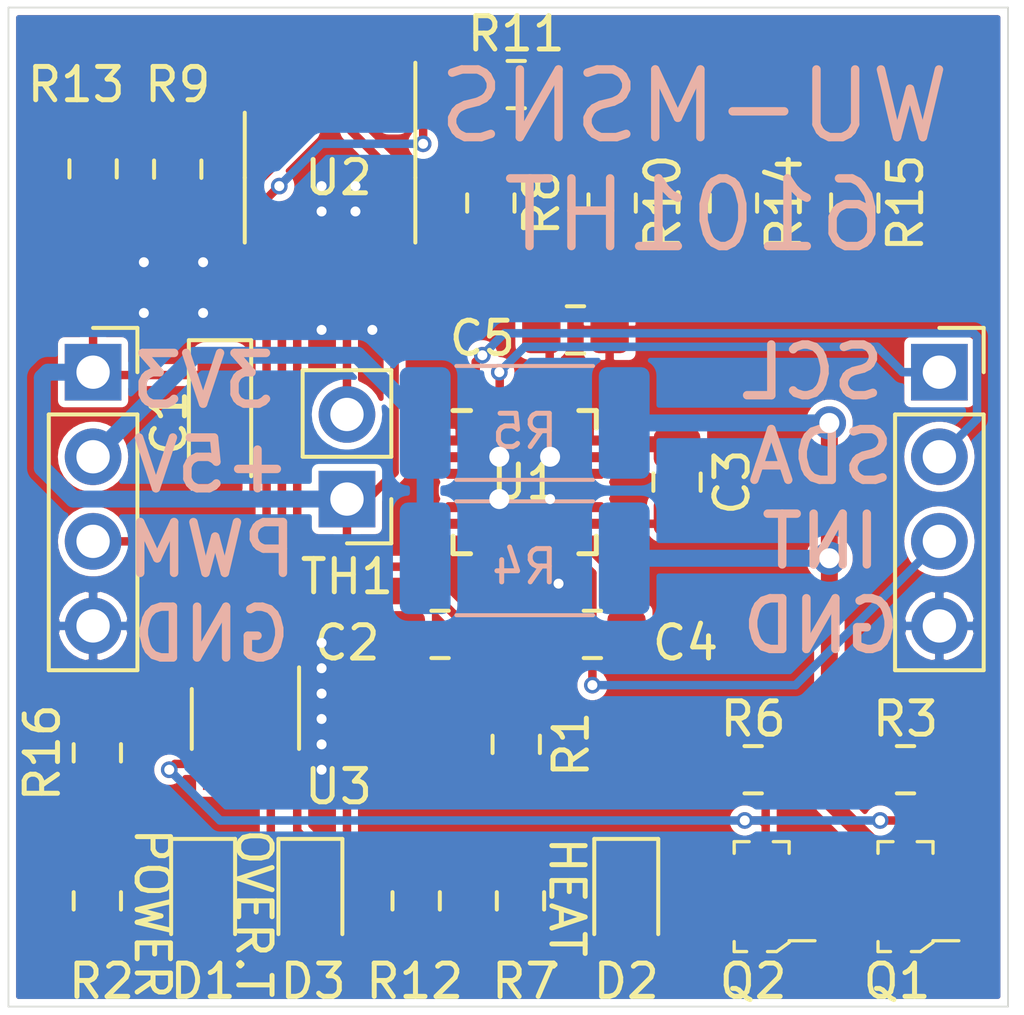
<source format=kicad_pcb>
(kicad_pcb (version 20171130) (host pcbnew "(5.1.2-1)-1")
  (title_block (title WU-MSNS6101HT) (date 2019-08-23) (rev 0.1) (company WunschUnreif) (comment 4 "License: CC BY 4.0"))
  (layers (0 F.Cu signal) (31 B.Cu signal) (34 B.Paste user) (35 F.Paste user) (36 B.SilkS user) (37 F.SilkS user) (38 B.Mask user) (39 F.Mask user) (44 Edge.Cuts user))
  (net 0 "")
  (net 1 +3V3)
  (net 2 GND)
  (net 3 "Net-(C4-Pad1)")
  (net 4 "Net-(C5-Pad1)")
  (net 5 "Net-(D1-Pad2)")
  (net 6 "Net-(D2-Pad1)")
  (net 7 "Net-(D2-Pad2)")
  (net 8 "Net-(D3-Pad2)")
  (net 9 "Net-(D3-Pad1)")
  (net 10 SCL)
  (net 11 SDA)
  (net 12 INT)
  (net 13 HTPWM)
  (net 14 +5V)
  (net 15 /HEAT)
  (net 16 "Net-(Q1-Pad3)")
  (net 17 "Net-(R1-Pad1)")
  (net 18 "Net-(R8-Pad1)")
  (net 19 "Net-(R10-Pad1)")
  (net 20 "Net-(R13-Pad2)")
  (net 21 "Net-(R10-Pad2)")
  (net 22 /HTEN)
  (net 23 "Net-(R14-Pad2)")
  (module Connector_PinHeader_2.54mm:PinHeader_1x02_P2.54mm_Vertical (layer F.Cu) (at 70.16 114.76 180)
    (fp_text reference TH1 (at 0 -2.33) (layer F.SilkS))
    (fp_text value "MF52 10K")
    (fp_line (start -1.33 3.87) (end 1.33 3.87) (layer F.SilkS) (width 0.12))
    (fp_line (start -1.33 1.27) (end -1.33 3.87) (layer F.SilkS) (width 0.12))
    (fp_line (start 1.33 1.27) (end 1.33 3.87) (layer F.SilkS) (width 0.12))
    (fp_line (start -1.33 1.27) (end 1.33 1.27) (layer F.SilkS) (width 0.12))
    (fp_line (start -1.33 0) (end -1.33 -1.33) (layer F.SilkS) (width 0.12))
    (fp_line (start -1.33 -1.33) (end 0 -1.33) (layer F.SilkS) (width 0.12))
    (pad 1 thru_hole rect (at 0 0 180) (size 1.7 1.7) (drill 1) (layers *.Cu *.Mask) (net 1 +3V3))
    (pad 2 thru_hole oval (at 0 2.54 180) (size 1.7 1.7) (drill 1) (layers *.Cu *.Mask) (net 18 "Net-(R8-Pad1)"))
  )
  (module Resistor_SMD:R_0805_2012Metric_Pad1.15x1.40mm_HandSolder (layer F.Cu) (at 75.24 102.314)
    (fp_text reference R11 (at 0 -1.524) (layer F.SilkS))
    (fp_text value 100k)
    (fp_line (start -0.261252 0.71) (end 0.261252 0.71) (layer F.SilkS) (width 0.12))
    (fp_line (start -0.261252 -0.71) (end 0.261252 -0.71) (layer F.SilkS) (width 0.12))
    (pad 2 smd roundrect (at 1.025 0) (size 1.15 1.4) (layers F.Cu F.Paste F.Mask) (roundrect_rratio 0.217391) (net 19 "Net-(R10-Pad1)"))
    (pad 1 smd roundrect (at -1.025 0) (size 1.15 1.4) (layers F.Cu F.Paste F.Mask) (roundrect_rratio 0.217391) (net 22 /HTEN))
  )
  (module Sensor_Motion:InvenSense_QFN-24_4x4mm_P0.5mm (layer F.Cu) (at 75.494 114.252)
    (fp_text reference U1 (at 0 0) (layer F.SilkS))
    (fp_text value MPU-6050)
    (fp_line (start 2.15 -2.15) (end 1.625 -2.15) (layer F.SilkS) (width 0.15))
    (fp_line (start 2.15 2.15) (end 1.625 2.15) (layer F.SilkS) (width 0.15))
    (fp_line (start -2.15 2.15) (end -1.625 2.15) (layer F.SilkS) (width 0.15))
    (fp_line (start -2.15 -2.15) (end -1.625 -2.15) (layer F.SilkS) (width 0.15))
    (fp_line (start 2.15 2.15) (end 2.15 1.625) (layer F.SilkS) (width 0.15))
    (fp_line (start -2.15 2.15) (end -2.15 1.625) (layer F.SilkS) (width 0.15))
    (fp_line (start 2.15 -2.15) (end 2.15 -1.625) (layer F.SilkS) (width 0.15))
    (pad 24 smd roundrect (at -1.25 -1.95 90) (size 0.85 0.3) (layers F.Cu F.Paste F.Mask) (net 11 SDA))
    (pad 23 smd roundrect (at -0.75 -1.95 90) (size 0.85 0.3) (layers F.Cu F.Paste F.Mask) (net 10 SCL))
    (pad 22 smd roundrect (at -0.25 -1.95 90) (size 0.85 0.3) (layers F.Cu F.Paste F.Mask))
    (pad 21 smd roundrect (at 0.25 -1.95 90) (size 0.85 0.3) (layers F.Cu F.Paste F.Mask))
    (pad 20 smd roundrect (at 0.75 -1.95 90) (size 0.85 0.3) (layers F.Cu F.Paste F.Mask) (net 4 "Net-(C5-Pad1)"))
    (pad 19 smd roundrect (at 1.25 -1.95 90) (size 0.85 0.3) (layers F.Cu F.Paste F.Mask))
    (pad 18 smd roundrect (at 1.95 -1.25) (size 0.85 0.3) (layers F.Cu F.Paste F.Mask) (net 2 GND))
    (pad 17 smd roundrect (at 1.95 -0.75) (size 0.85 0.3) (layers F.Cu F.Paste F.Mask))
    (pad 16 smd roundrect (at 1.95 -0.25) (size 0.85 0.3) (layers F.Cu F.Paste F.Mask))
    (pad 15 smd roundrect (at 1.95 0.25) (size 0.85 0.3) (layers F.Cu F.Paste F.Mask))
    (pad 14 smd roundrect (at 1.95 0.75) (size 0.85 0.3) (layers F.Cu F.Paste F.Mask))
    (pad 13 smd roundrect (at 1.95 1.25) (size 0.85 0.3) (layers F.Cu F.Paste F.Mask) (net 1 +3V3))
    (pad 12 smd roundrect (at 1.25 1.95 90) (size 0.85 0.3) (layers F.Cu F.Paste F.Mask) (net 12 INT))
    (pad 11 smd roundrect (at 0.75 1.95 90) (size 0.85 0.3) (layers F.Cu F.Paste F.Mask) (net 2 GND))
    (pad 10 smd roundrect (at 0.25 1.95 90) (size 0.85 0.3) (layers F.Cu F.Paste F.Mask) (net 3 "Net-(C4-Pad1)"))
    (pad 9 smd roundrect (at -0.25 1.95 90) (size 0.85 0.3) (layers F.Cu F.Paste F.Mask) (net 17 "Net-(R1-Pad1)"))
    (pad 8 smd roundrect (at -0.75 1.95 90) (size 0.85 0.3) (layers F.Cu F.Paste F.Mask) (net 1 +3V3))
    (pad 7 smd roundrect (at -1.25 1.95 90) (size 0.85 0.3) (layers F.Cu F.Paste F.Mask))
    (pad 6 smd roundrect (at -1.95 1.25) (size 0.85 0.3) (layers F.Cu F.Paste F.Mask))
    (pad 5 smd roundrect (at -1.95 0.75) (size 0.85 0.3) (layers F.Cu F.Paste F.Mask))
    (pad 4 smd roundrect (at -1.95 0.25) (size 0.85 0.3) (layers F.Cu F.Paste F.Mask))
    (pad 3 smd roundrect (at -1.95 -0.25) (size 0.85 0.3) (layers F.Cu F.Paste F.Mask))
    (pad 2 smd roundrect (at -1.95 -0.75) (size 0.85 0.3) (layers F.Cu F.Paste F.Mask))
    (pad 1 smd roundrect (at -1.95 -1.25) (size 0.85 0.3) (layers F.Cu F.Paste F.Mask) (net 2 GND))
  )
  (module Capacitor_Tantalum_SMD:CP_EIA-3216-10_Kemet-I_Pad1.58x1.35mm_HandSolder (layer F.Cu) (at 66.35 112.474 270)
    (fp_text reference C1 (at 0 1.524 90) (layer F.SilkS))
    (fp_text value 10uF)
    (fp_line (start 1.6 -0.935) (end -2.485 -0.935) (layer F.SilkS) (width 0.12))
    (fp_line (start -2.485 -0.935) (end -2.485 0.935) (layer F.SilkS) (width 0.12))
    (fp_line (start -2.485 0.935) (end 1.6 0.935) (layer F.SilkS) (width 0.12))
    (pad 1 smd roundrect (at -1.4375 0 270) (size 1.575 1.35) (layers F.Cu F.Paste F.Mask) (roundrect_rratio 0.185185) (net 1 +3V3))
    (pad 2 smd roundrect (at 1.4375 0 270) (size 1.575 1.35) (layers F.Cu F.Paste F.Mask) (roundrect_rratio 0.185185) (net 2 GND))
  )
  (module Capacitor_SMD:C_0805_2012Metric_Pad1.15x1.40mm_HandSolder (layer F.Cu) (at 72.954 118.824 180)
    (fp_text reference C2 (at 2.794 -0.254) (layer F.SilkS))
    (fp_text value 10nF)
    (fp_line (start -0.261252 0.71) (end 0.261252 0.71) (layer F.SilkS) (width 0.12))
    (fp_line (start -0.261252 -0.71) (end 0.261252 -0.71) (layer F.SilkS) (width 0.12))
    (pad 2 smd roundrect (at 1.025 0 180) (size 1.15 1.4) (layers F.Cu F.Paste F.Mask) (roundrect_rratio 0.217391) (net 2 GND))
    (pad 1 smd roundrect (at -1.025 0 180) (size 1.15 1.4) (layers F.Cu F.Paste F.Mask) (roundrect_rratio 0.217391) (net 1 +3V3))
  )
  (module Capacitor_SMD:C_0805_2012Metric_Pad1.15x1.40mm_HandSolder (layer F.Cu) (at 80.066 114.252 270)
    (fp_text reference C3 (at 0 -1.65 90) (layer F.SilkS))
    (fp_text value 100nF)
    (fp_line (start -0.261252 -0.71) (end 0.261252 -0.71) (layer F.SilkS) (width 0.12))
    (fp_line (start -0.261252 0.71) (end 0.261252 0.71) (layer F.SilkS) (width 0.12))
    (pad 1 smd roundrect (at -1.025 0 270) (size 1.15 1.4) (layers F.Cu F.Paste F.Mask) (roundrect_rratio 0.217391) (net 2 GND))
    (pad 2 smd roundrect (at 1.025 0 270) (size 1.15 1.4) (layers F.Cu F.Paste F.Mask) (roundrect_rratio 0.217391) (net 1 +3V3))
  )
  (module Capacitor_SMD:C_0805_2012Metric_Pad1.15x1.40mm_HandSolder (layer F.Cu) (at 77.526 118.824)
    (fp_text reference C4 (at 2.794 0.254) (layer F.SilkS))
    (fp_text value 100nF)
    (fp_line (start -0.261252 -0.71) (end 0.261252 -0.71) (layer F.SilkS) (width 0.12))
    (fp_line (start -0.261252 0.71) (end 0.261252 0.71) (layer F.SilkS) (width 0.12))
    (pad 1 smd roundrect (at -1.025 0) (size 1.15 1.4) (layers F.Cu F.Paste F.Mask) (roundrect_rratio 0.217391) (net 3 "Net-(C4-Pad1)"))
    (pad 2 smd roundrect (at 1.025 0) (size 1.15 1.4) (layers F.Cu F.Paste F.Mask) (roundrect_rratio 0.217391) (net 2 GND))
  )
  (module Capacitor_SMD:C_0805_2012Metric_Pad1.15x1.40mm_HandSolder (layer F.Cu) (at 77.018 109.68)
    (fp_text reference C5 (at -2.794 0.254) (layer F.SilkS))
    (fp_text value 2.2nF)
    (fp_line (start -0.261252 0.71) (end 0.261252 0.71) (layer F.SilkS) (width 0.12))
    (fp_line (start -0.261252 -0.71) (end 0.261252 -0.71) (layer F.SilkS) (width 0.12))
    (pad 2 smd roundrect (at 1.025 0) (size 1.15 1.4) (layers F.Cu F.Paste F.Mask) (roundrect_rratio 0.217391) (net 2 GND))
    (pad 1 smd roundrect (at -1.025 0) (size 1.15 1.4) (layers F.Cu F.Paste F.Mask) (roundrect_rratio 0.217391) (net 4 "Net-(C5-Pad1)"))
  )
  (module LED_SMD:LED_0805_2012Metric_Pad1.15x1.40mm_HandSolder (layer F.Cu) (at 65.842 126.825 270)
    (fp_text reference D1 (at 2.413 0 180) (layer F.SilkS))
    (fp_text value GREEN)
    (fp_line (start 1 -0.96) (end -1.86 -0.96) (layer F.SilkS) (width 0.12))
    (fp_line (start -1.86 -0.96) (end -1.86 0.96) (layer F.SilkS) (width 0.12))
    (fp_line (start -1.86 0.96) (end 1 0.96) (layer F.SilkS) (width 0.12))
    (pad 1 smd roundrect (at -1.025 0 270) (size 1.15 1.4) (layers F.Cu F.Paste F.Mask) (roundrect_rratio 0.217391) (net 2 GND))
    (pad 2 smd roundrect (at 1.025 0 270) (size 1.15 1.4) (layers F.Cu F.Paste F.Mask) (roundrect_rratio 0.217391) (net 5 "Net-(D1-Pad2)"))
  )
  (module LED_SMD:LED_0805_2012Metric_Pad1.15x1.40mm_HandSolder (layer F.Cu) (at 78.542 126.825 270)
    (fp_text reference D2 (at 2.413 0 180) (layer F.SilkS))
    (fp_text value YELLOW)
    (fp_line (start 1 -0.96) (end -1.86 -0.96) (layer F.SilkS) (width 0.12))
    (fp_line (start -1.86 -0.96) (end -1.86 0.96) (layer F.SilkS) (width 0.12))
    (fp_line (start -1.86 0.96) (end 1 0.96) (layer F.SilkS) (width 0.12))
    (pad 1 smd roundrect (at -1.025 0 270) (size 1.15 1.4) (layers F.Cu F.Paste F.Mask) (roundrect_rratio 0.217391) (net 6 "Net-(D2-Pad1)"))
    (pad 2 smd roundrect (at 1.025 0 270) (size 1.15 1.4) (layers F.Cu F.Paste F.Mask) (roundrect_rratio 0.217391) (net 7 "Net-(D2-Pad2)"))
  )
  (module LED_SMD:LED_0805_2012Metric_Pad1.15x1.40mm_HandSolder (layer F.Cu) (at 69.062 126.825 270)
    (fp_text reference D3 (at 2.413 -0.082 180) (layer F.SilkS))
    (fp_text value RED)
    (fp_line (start -1.86 0.96) (end 1 0.96) (layer F.SilkS) (width 0.12))
    (fp_line (start -1.86 -0.96) (end -1.86 0.96) (layer F.SilkS) (width 0.12))
    (fp_line (start 1 -0.96) (end -1.86 -0.96) (layer F.SilkS) (width 0.12))
    (pad 2 smd roundrect (at 1.025 0 270) (size 1.15 1.4) (layers F.Cu F.Paste F.Mask) (roundrect_rratio 0.217391) (net 8 "Net-(D3-Pad2)"))
    (pad 1 smd roundrect (at -1.025 0 270) (size 1.15 1.4) (layers F.Cu F.Paste F.Mask) (roundrect_rratio 0.217391) (net 9 "Net-(D3-Pad1)"))
  )
  (module Connector_PinSocket_2.54mm:PinSocket_1x04_P2.54mm_Vertical (layer F.Cu) (at 87.94 110.95)
    (fp_text reference J1 hide)
    (fp_text value Conn_01x04)
    (fp_line (start -1.33 1.27) (end 1.33 1.27) (layer F.SilkS) (width 0.12))
    (fp_line (start -1.33 1.27) (end -1.33 8.95) (layer F.SilkS) (width 0.12))
    (fp_line (start -1.33 8.95) (end 1.33 8.95) (layer F.SilkS) (width 0.12))
    (fp_line (start 1.33 1.27) (end 1.33 8.95) (layer F.SilkS) (width 0.12))
    (fp_line (start 1.33 -1.33) (end 1.33 0) (layer F.SilkS) (width 0.12))
    (fp_line (start 0 -1.33) (end 1.33 -1.33) (layer F.SilkS) (width 0.12))
    (pad 1 thru_hole rect (at 0 0) (size 1.7 1.7) (drill 1) (layers *.Cu *.Mask) (net 10 SCL))
    (pad 2 thru_hole oval (at 0 2.54) (size 1.7 1.7) (drill 1) (layers *.Cu *.Mask) (net 11 SDA))
    (pad 3 thru_hole oval (at 0 5.08) (size 1.7 1.7) (drill 1) (layers *.Cu *.Mask) (net 12 INT))
    (pad 4 thru_hole oval (at 0 7.62) (size 1.7 1.7) (drill 1) (layers *.Cu *.Mask) (net 2 GND))
  )
  (module Connector_PinSocket_2.54mm:PinSocket_1x04_P2.54mm_Vertical (layer F.Cu) (at 62.54 110.95)
    (fp_text reference J2 hide)
    (fp_text value Conn_01x04)
    (fp_line (start 0 -1.33) (end 1.33 -1.33) (layer F.SilkS) (width 0.12))
    (fp_line (start 1.33 -1.33) (end 1.33 0) (layer F.SilkS) (width 0.12))
    (fp_line (start 1.33 1.27) (end 1.33 8.95) (layer F.SilkS) (width 0.12))
    (fp_line (start -1.33 8.95) (end 1.33 8.95) (layer F.SilkS) (width 0.12))
    (fp_line (start -1.33 1.27) (end -1.33 8.95) (layer F.SilkS) (width 0.12))
    (fp_line (start -1.33 1.27) (end 1.33 1.27) (layer F.SilkS) (width 0.12))
    (pad 4 thru_hole oval (at 0 7.62) (size 1.7 1.7) (drill 1) (layers *.Cu *.Mask) (net 2 GND))
    (pad 3 thru_hole oval (at 0 5.08) (size 1.7 1.7) (drill 1) (layers *.Cu *.Mask) (net 13 HTPWM))
    (pad 2 thru_hole oval (at 0 2.54) (size 1.7 1.7) (drill 1) (layers *.Cu *.Mask) (net 14 +5V))
    (pad 1 thru_hole rect (at 0 0) (size 1.7 1.7) (drill 1) (layers *.Cu *.Mask) (net 1 +3V3))
  )
  (module digikey-footprints:SOT-23-3 (layer F.Cu) (at 86.924 126.698 180)
    (fp_text reference Q1 (at 0.254 -2.54) (layer F.SilkS))
    (fp_text value AO3400A)
    (fp_line (start 0.825 -1.65) (end 0.825 -1.35) (layer F.SilkS) (width 0.1))
    (fp_line (start 0.45 -1.65) (end 0.825 -1.65) (layer F.SilkS) (width 0.1))
    (fp_line (start 0.825 1.65) (end 0.375 1.65) (layer F.SilkS) (width 0.1))
    (fp_line (start 0.825 1.35) (end 0.825 1.65) (layer F.SilkS) (width 0.1))
    (fp_line (start 0.825 1.425) (end 0.825 1.3) (layer F.SilkS) (width 0.1))
    (fp_line (start -0.825 1.65) (end -0.825 1.3) (layer F.SilkS) (width 0.1))
    (fp_line (start -0.35 1.65) (end -0.825 1.65) (layer F.SilkS) (width 0.1))
    (fp_line (start -0.825 -1.325) (end -1.6 -1.325) (layer F.SilkS) (width 0.1))
    (fp_line (start -0.825 -1.375) (end -0.825 -1.325) (layer F.SilkS) (width 0.1))
    (fp_line (start -0.45 -1.65) (end -0.825 -1.375) (layer F.SilkS) (width 0.1))
    (fp_line (start -0.175 -1.65) (end -0.45 -1.65) (layer F.SilkS) (width 0.1))
    (pad 1 smd rect (at -1.05 -0.95 180) (size 1.3 0.6) (layers F.Cu F.Paste F.Mask) (net 15 /HEAT))
    (pad 2 smd rect (at -1.05 0.95 180) (size 1.3 0.6) (layers F.Cu F.Paste F.Mask) (net 2 GND))
    (pad 3 smd rect (at 1.05 0 180) (size 1.3 0.6) (layers F.Cu F.Paste F.Mask) (net 16 "Net-(Q1-Pad3)"))
  )
  (module digikey-footprints:SOT-23-3 (layer F.Cu) (at 82.606 126.698 180)
    (fp_text reference Q2 (at 0.254 -2.54) (layer F.SilkS))
    (fp_text value AO3400A)
    (fp_line (start -0.175 -1.65) (end -0.45 -1.65) (layer F.SilkS) (width 0.1))
    (fp_line (start -0.45 -1.65) (end -0.825 -1.375) (layer F.SilkS) (width 0.1))
    (fp_line (start -0.825 -1.375) (end -0.825 -1.325) (layer F.SilkS) (width 0.1))
    (fp_line (start -0.825 -1.325) (end -1.6 -1.325) (layer F.SilkS) (width 0.1))
    (fp_line (start -0.35 1.65) (end -0.825 1.65) (layer F.SilkS) (width 0.1))
    (fp_line (start -0.825 1.65) (end -0.825 1.3) (layer F.SilkS) (width 0.1))
    (fp_line (start 0.825 1.425) (end 0.825 1.3) (layer F.SilkS) (width 0.1))
    (fp_line (start 0.825 1.35) (end 0.825 1.65) (layer F.SilkS) (width 0.1))
    (fp_line (start 0.825 1.65) (end 0.375 1.65) (layer F.SilkS) (width 0.1))
    (fp_line (start 0.45 -1.65) (end 0.825 -1.65) (layer F.SilkS) (width 0.1))
    (fp_line (start 0.825 -1.65) (end 0.825 -1.35) (layer F.SilkS) (width 0.1))
    (pad 3 smd rect (at 1.05 0 180) (size 1.3 0.6) (layers F.Cu F.Paste F.Mask) (net 6 "Net-(D2-Pad1)"))
    (pad 2 smd rect (at -1.05 0.95 180) (size 1.3 0.6) (layers F.Cu F.Paste F.Mask) (net 2 GND))
    (pad 1 smd rect (at -1.05 -0.95 180) (size 1.3 0.6) (layers F.Cu F.Paste F.Mask) (net 15 /HEAT))
  )
  (module Resistor_SMD:R_0805_2012Metric_Pad1.15x1.40mm_HandSolder (layer F.Cu) (at 75.24 122.126 270)
    (fp_text reference R1 (at 0 -1.65 90) (layer F.SilkS))
    (fp_text value 4.7k)
    (fp_line (start -0.261252 0.71) (end 0.261252 0.71) (layer F.SilkS) (width 0.12))
    (fp_line (start -0.261252 -0.71) (end 0.261252 -0.71) (layer F.SilkS) (width 0.12))
    (pad 2 smd roundrect (at 1.025 0 270) (size 1.15 1.4) (layers F.Cu F.Paste F.Mask) (roundrect_rratio 0.217391) (net 2 GND))
    (pad 1 smd roundrect (at -1.025 0 270) (size 1.15 1.4) (layers F.Cu F.Paste F.Mask) (roundrect_rratio 0.217391) (net 17 "Net-(R1-Pad1)"))
  )
  (module Resistor_SMD:R_0805_2012Metric_Pad1.15x1.40mm_HandSolder (layer F.Cu) (at 62.667 126.825 270)
    (fp_text reference R2 (at 2.413 -0.127 180) (layer F.SilkS))
    (fp_text value 470)
    (fp_line (start -0.261252 0.71) (end 0.261252 0.71) (layer F.SilkS) (width 0.12))
    (fp_line (start -0.261252 -0.71) (end 0.261252 -0.71) (layer F.SilkS) (width 0.12))
    (pad 2 smd roundrect (at 1.025 0 270) (size 1.15 1.4) (layers F.Cu F.Paste F.Mask) (roundrect_rratio 0.217391) (net 5 "Net-(D1-Pad2)"))
    (pad 1 smd roundrect (at -1.025 0 270) (size 1.15 1.4) (layers F.Cu F.Paste F.Mask) (roundrect_rratio 0.217391) (net 1 +3V3))
  )
  (module Resistor_SMD:R_0805_2012Metric_Pad1.15x1.40mm_HandSolder (layer F.Cu) (at 86.924 122.888 180)
    (fp_text reference R3 (at 0 1.524) (layer F.SilkS))
    (fp_text value 10k)
    (fp_line (start -0.261252 -0.71) (end 0.261252 -0.71) (layer F.SilkS) (width 0.12))
    (fp_line (start -0.261252 0.71) (end 0.261252 0.71) (layer F.SilkS) (width 0.12))
    (pad 1 smd roundrect (at -1.025 0 180) (size 1.15 1.4) (layers F.Cu F.Paste F.Mask) (roundrect_rratio 0.217391) (net 15 /HEAT))
    (pad 2 smd roundrect (at 1.025 0 180) (size 1.15 1.4) (layers F.Cu F.Paste F.Mask) (roundrect_rratio 0.217391) (net 2 GND))
  )
  (module Resistor_SMD:R_2512_6332Metric_Pad1.52x3.35mm_HandSolder (layer B.Cu) (at 75.494 116.538)
    (fp_text reference R4 (at 0 0.254) (layer B.SilkS) (effects (justify mirror)))
    (fp_text value 47)
    (fp_line (start -2.052064 -1.71) (end 2.052064 -1.71) (layer B.SilkS) (width 0.12))
    (fp_line (start -2.052064 1.71) (end 2.052064 1.71) (layer B.SilkS) (width 0.12))
    (pad 2 smd roundrect (at 2.9875 0) (size 1.525 3.35) (layers B.Cu B.Paste B.Mask) (roundrect_rratio 0.163934) (net 16 "Net-(Q1-Pad3)"))
    (pad 1 smd roundrect (at -2.9875 0) (size 1.525 3.35) (layers B.Cu B.Paste B.Mask) (roundrect_rratio 0.163934) (net 14 +5V))
  )
  (module Resistor_SMD:R_2512_6332Metric_Pad1.52x3.35mm_HandSolder (layer B.Cu) (at 75.494 112.474)
    (fp_text reference R5 (at 0 0.254) (layer B.SilkS) (effects (justify mirror)))
    (fp_text value 47)
    (fp_line (start -2.052064 1.71) (end 2.052064 1.71) (layer B.SilkS) (width 0.12))
    (fp_line (start -2.052064 -1.71) (end 2.052064 -1.71) (layer B.SilkS) (width 0.12))
    (pad 1 smd roundrect (at -2.9875 0) (size 1.525 3.35) (layers B.Cu B.Paste B.Mask) (roundrect_rratio 0.163934) (net 14 +5V))
    (pad 2 smd roundrect (at 2.9875 0) (size 1.525 3.35) (layers B.Cu B.Paste B.Mask) (roundrect_rratio 0.163934) (net 16 "Net-(Q1-Pad3)"))
  )
  (module Resistor_SMD:R_0805_2012Metric_Pad1.15x1.40mm_HandSolder (layer F.Cu) (at 82.352 122.888 180)
    (fp_text reference R6 (at 0 1.524) (layer F.SilkS))
    (fp_text value 10k)
    (fp_line (start -0.261252 0.71) (end 0.261252 0.71) (layer F.SilkS) (width 0.12))
    (fp_line (start -0.261252 -0.71) (end 0.261252 -0.71) (layer F.SilkS) (width 0.12))
    (pad 2 smd roundrect (at 1.025 0 180) (size 1.15 1.4) (layers F.Cu F.Paste F.Mask) (roundrect_rratio 0.217391) (net 2 GND))
    (pad 1 smd roundrect (at -1.025 0 180) (size 1.15 1.4) (layers F.Cu F.Paste F.Mask) (roundrect_rratio 0.217391) (net 15 /HEAT))
  )
  (module Resistor_SMD:R_0805_2012Metric_Pad1.15x1.40mm_HandSolder (layer F.Cu) (at 75.367 126.825 270)
    (fp_text reference R7 (at 2.413 -0.127 180) (layer F.SilkS))
    (fp_text value 470)
    (fp_line (start -0.261252 -0.71) (end 0.261252 -0.71) (layer F.SilkS) (width 0.12))
    (fp_line (start -0.261252 0.71) (end 0.261252 0.71) (layer F.SilkS) (width 0.12))
    (pad 1 smd roundrect (at -1.025 0 270) (size 1.15 1.4) (layers F.Cu F.Paste F.Mask) (roundrect_rratio 0.217391) (net 1 +3V3))
    (pad 2 smd roundrect (at 1.025 0 270) (size 1.15 1.4) (layers F.Cu F.Paste F.Mask) (roundrect_rratio 0.217391) (net 7 "Net-(D2-Pad2)"))
  )
  (module Resistor_SMD:R_0805_2012Metric_Pad1.15x1.40mm_HandSolder (layer F.Cu) (at 74.478 105.87 270)
    (fp_text reference R8 (at 0 -1.524 270) (layer F.SilkS))
    (fp_text value 4.7k)
    (fp_line (start -0.261252 -0.71) (end 0.261252 -0.71) (layer F.SilkS) (width 0.12))
    (fp_line (start -0.261252 0.71) (end 0.261252 0.71) (layer F.SilkS) (width 0.12))
    (pad 1 smd roundrect (at -1.025 0 270) (size 1.15 1.4) (layers F.Cu F.Paste F.Mask) (roundrect_rratio 0.217391) (net 18 "Net-(R8-Pad1)"))
    (pad 2 smd roundrect (at 1.025 0 270) (size 1.15 1.4) (layers F.Cu F.Paste F.Mask) (roundrect_rratio 0.217391) (net 2 GND))
  )
  (module Resistor_SMD:R_0805_2012Metric_Pad1.15x1.40mm_HandSolder (layer F.Cu) (at 65.08 104.854 270)
    (fp_text reference R9 (at -2.54 0 180) (layer F.SilkS))
    (fp_text value 4.7k)
    (fp_line (start -0.261252 0.71) (end 0.261252 0.71) (layer F.SilkS) (width 0.12))
    (fp_line (start -0.261252 -0.71) (end 0.261252 -0.71) (layer F.SilkS) (width 0.12))
    (pad 2 smd roundrect (at 1.025 0 270) (size 1.15 1.4) (layers F.Cu F.Paste F.Mask) (roundrect_rratio 0.217391) (net 19 "Net-(R10-Pad1)"))
    (pad 1 smd roundrect (at -1.025 0 270) (size 1.15 1.4) (layers F.Cu F.Paste F.Mask) (roundrect_rratio 0.217391) (net 20 "Net-(R13-Pad2)"))
  )
  (module Resistor_SMD:R_0805_2012Metric_Pad1.15x1.40mm_HandSolder (layer F.Cu) (at 78.118666 105.87 270)
    (fp_text reference R10 (at 0 -1.524 90) (layer F.SilkS))
    (fp_text value 22k)
    (fp_line (start -0.261252 -0.71) (end 0.261252 -0.71) (layer F.SilkS) (width 0.12))
    (fp_line (start -0.261252 0.71) (end 0.261252 0.71) (layer F.SilkS) (width 0.12))
    (pad 1 smd roundrect (at -1.025 0 270) (size 1.15 1.4) (layers F.Cu F.Paste F.Mask) (roundrect_rratio 0.217391) (net 19 "Net-(R10-Pad1)"))
    (pad 2 smd roundrect (at 1.025 0 270) (size 1.15 1.4) (layers F.Cu F.Paste F.Mask) (roundrect_rratio 0.217391) (net 21 "Net-(R10-Pad2)"))
  )
  (module Resistor_SMD:R_0805_2012Metric_Pad1.15x1.40mm_HandSolder (layer F.Cu) (at 72.237 126.825 270)
    (fp_text reference R12 (at 2.413 0.045 180) (layer F.SilkS))
    (fp_text value 470)
    (fp_line (start -0.261252 -0.71) (end 0.261252 -0.71) (layer F.SilkS) (width 0.12))
    (fp_line (start -0.261252 0.71) (end 0.261252 0.71) (layer F.SilkS) (width 0.12))
    (pad 1 smd roundrect (at -1.025 0 270) (size 1.15 1.4) (layers F.Cu F.Paste F.Mask) (roundrect_rratio 0.217391) (net 1 +3V3))
    (pad 2 smd roundrect (at 1.025 0 270) (size 1.15 1.4) (layers F.Cu F.Paste F.Mask) (roundrect_rratio 0.217391) (net 8 "Net-(D3-Pad2)"))
  )
  (module Resistor_SMD:R_0805_2012Metric_Pad1.15x1.40mm_HandSolder (layer F.Cu) (at 62.54 104.845 90)
    (fp_text reference R13 (at 2.531 -0.508 180) (layer F.SilkS))
    (fp_text value 4.7k)
    (fp_line (start -0.261252 0.71) (end 0.261252 0.71) (layer F.SilkS) (width 0.12))
    (fp_line (start -0.261252 -0.71) (end 0.261252 -0.71) (layer F.SilkS) (width 0.12))
    (pad 2 smd roundrect (at 1.025 0 90) (size 1.15 1.4) (layers F.Cu F.Paste F.Mask) (roundrect_rratio 0.217391) (net 20 "Net-(R13-Pad2)"))
    (pad 1 smd roundrect (at -1.025 0 90) (size 1.15 1.4) (layers F.Cu F.Paste F.Mask) (roundrect_rratio 0.217391) (net 1 +3V3))
  )
  (module Resistor_SMD:R_0805_2012Metric_Pad1.15x1.40mm_HandSolder (layer F.Cu) (at 81.759332 105.87 90)
    (fp_text reference R14 (at 0 1.524 90) (layer F.SilkS))
    (fp_text value 4.7k)
    (fp_line (start -0.261252 -0.71) (end 0.261252 -0.71) (layer F.SilkS) (width 0.12))
    (fp_line (start -0.261252 0.71) (end 0.261252 0.71) (layer F.SilkS) (width 0.12))
    (pad 1 smd roundrect (at -1.025 0 90) (size 1.15 1.4) (layers F.Cu F.Paste F.Mask) (roundrect_rratio 0.217391) (net 21 "Net-(R10-Pad2)"))
    (pad 2 smd roundrect (at 1.025 0 90) (size 1.15 1.4) (layers F.Cu F.Paste F.Mask) (roundrect_rratio 0.217391) (net 23 "Net-(R14-Pad2)"))
  )
  (module Resistor_SMD:R_0805_2012Metric_Pad1.15x1.40mm_HandSolder (layer F.Cu) (at 85.4 105.87 270)
    (fp_text reference R15 (at 0 -1.524 90) (layer F.SilkS))
    (fp_text value 1k)
    (fp_line (start -0.261252 -0.71) (end 0.261252 -0.71) (layer F.SilkS) (width 0.12))
    (fp_line (start -0.261252 0.71) (end 0.261252 0.71) (layer F.SilkS) (width 0.12))
    (pad 1 smd roundrect (at -1.025 0 270) (size 1.15 1.4) (layers F.Cu F.Paste F.Mask) (roundrect_rratio 0.217391) (net 23 "Net-(R14-Pad2)"))
    (pad 2 smd roundrect (at 1.025 0 270) (size 1.15 1.4) (layers F.Cu F.Paste F.Mask) (roundrect_rratio 0.217391) (net 2 GND))
  )
  (module Package_SO:SOIC-8_3.9x4.9mm_P1.27mm (layer F.Cu) (at 69.652 105.108 270)
    (fp_text reference U2 (at 0 -0.254 180) (layer F.SilkS))
    (fp_text value LMV358)
    (fp_line (start 0 2.56) (end 1.95 2.56) (layer F.SilkS) (width 0.12))
    (fp_line (start 0 2.56) (end -1.95 2.56) (layer F.SilkS) (width 0.12))
    (fp_line (start 0 -2.56) (end 1.95 -2.56) (layer F.SilkS) (width 0.12))
    (fp_line (start 0 -2.56) (end -3.45 -2.56) (layer F.SilkS) (width 0.12))
    (pad 1 smd roundrect (at -2.475 -1.905 270) (size 1.95 0.6) (layers F.Cu F.Paste F.Mask) (net 22 /HTEN))
    (pad 2 smd roundrect (at -2.475 -0.635 270) (size 1.95 0.6) (layers F.Cu F.Paste F.Mask) (net 18 "Net-(R8-Pad1)"))
    (pad 3 smd roundrect (at -2.475 0.635 270) (size 1.95 0.6) (layers F.Cu F.Paste F.Mask) (net 19 "Net-(R10-Pad1)"))
    (pad 4 smd roundrect (at -2.475 1.905 270) (size 1.95 0.6) (layers F.Cu F.Paste F.Mask) (net 2 GND))
    (pad 5 smd roundrect (at 2.475 1.905 270) (size 1.95 0.6) (layers F.Cu F.Paste F.Mask) (net 22 /HTEN))
    (pad 6 smd roundrect (at 2.475 0.635 270) (size 1.95 0.6) (layers F.Cu F.Paste F.Mask) (net 9 "Net-(D3-Pad1)"))
    (pad 7 smd roundrect (at 2.475 -0.635 270) (size 1.95 0.6) (layers F.Cu F.Paste F.Mask) (net 9 "Net-(D3-Pad1)"))
    (pad 8 smd roundrect (at 2.475 -1.905 270) (size 1.95 0.6) (layers F.Cu F.Paste F.Mask) (net 1 +3V3))
  )
  (module Package_TO_SOT_SMD:SOT-23-5_HandSoldering (layer F.Cu) (at 67.112 121.364 270)
    (fp_text reference U3 (at 2.032 -2.794 180) (layer F.SilkS))
    (fp_text value 74AHC1G08)
    (fp_line (start -0.9 1.61) (end 0.9 1.61) (layer F.SilkS) (width 0.12))
    (fp_line (start 0.9 -1.61) (end -1.55 -1.61) (layer F.SilkS) (width 0.12))
    (pad 1 smd rect (at -1.35 -0.95 270) (size 1.56 0.65) (layers F.Cu F.Paste F.Mask) (net 22 /HTEN))
    (pad 2 smd rect (at -1.35 0 270) (size 1.56 0.65) (layers F.Cu F.Paste F.Mask) (net 13 HTPWM))
    (pad 3 smd rect (at -1.35 0.95 270) (size 1.56 0.65) (layers F.Cu F.Paste F.Mask) (net 2 GND))
    (pad 4 smd rect (at 1.35 0.95 270) (size 1.56 0.65) (layers F.Cu F.Paste F.Mask) (net 15 /HEAT))
    (pad 5 smd rect (at 1.35 -0.95 270) (size 1.56 0.65) (layers F.Cu F.Paste F.Mask) (net 1 +3V3))
  )
  (module Resistor_SMD:R_0805_2012Metric_Pad1.15x1.40mm_HandSolder (layer F.Cu) (at 62.667 122.38 90)
    (fp_text reference R16 (at 0 -1.65 90) (layer F.SilkS))
    (fp_text value 10k)
    (fp_line (start -0.261252 -0.71) (end 0.261252 -0.71) (layer F.SilkS) (width 0.12))
    (fp_line (start -0.261252 0.71) (end 0.261252 0.71) (layer F.SilkS) (width 0.12))
    (pad 1 smd roundrect (at -1.025 0 90) (size 1.15 1.4) (layers F.Cu F.Paste F.Mask) (roundrect_rratio 0.217391) (net 13 HTPWM))
    (pad 2 smd roundrect (at 1.025 0 90) (size 1.15 1.4) (layers F.Cu F.Paste F.Mask) (roundrect_rratio 0.217391) (net 2 GND))
  )
  (gr_text "WU-MSNS\n6101HT" (at 80.574 104.6) (layer B.SilkS) (effects (font (size 2.032 2.032) (thickness 0.254)) (justify mirror)))
  (gr_text GND (at 84.384 118.57) (layer B.SilkS) (effects (font (size 1.524 1.524) (thickness 0.254)) (justify mirror)))
  (gr_text INT (at 84.384 116.03) (layer B.SilkS) (effects (font (size 1.524 1.524) (thickness 0.254)) (justify mirror)))
  (gr_text SDA (at 84.384 113.49) (layer B.SilkS) (effects (font (size 1.524 1.524) (thickness 0.254)) (justify mirror)))
  (gr_text SCL (at 84.13 110.95) (layer B.SilkS) (effects (font (size 1.524 1.524) (thickness 0.254)) (justify mirror)))
  (gr_text GND (at 66.096 118.824) (layer B.SilkS) (effects (font (size 1.524 1.524) (thickness 0.254)) (justify mirror)))
  (gr_text PWM (at 66.096 116.284) (layer B.SilkS) (effects (font (size 1.524 1.524) (thickness 0.254)) (justify mirror)))
  (gr_text +5V (at 66.096 113.744) (layer B.SilkS) (effects (font (size 1.524 1.524) (thickness 0.254)) (justify mirror)))
  (gr_text 3V3 (at 65.842 111.204) (layer B.SilkS) (effects (font (size 1.524 1.524) (thickness 0.254)) (justify mirror)))
  (gr_text HEAT. (at 76.764 126.952 270) (layer F.SilkS) (effects (font (size 1 1))))
  (gr_text OVER.T (at 67.366 127.206 270) (layer F.SilkS) (effects (font (size 1 1))))
  (gr_text POWER (at 64.318 127.206 270) (layer F.SilkS) (effects (font (size 1 1))))
  (gr_line (start 60 130) (end 90 130) (layer Edge.Cuts) (width 0.05))
  (gr_line (start 90 100) (end 90 130) (layer Edge.Cuts) (width 0.05))
  (gr_line (start 60 100) (end 90 100) (layer Edge.Cuts) (width 0.05))
  (gr_line (start 60 100) (end 60 130) (layer Edge.Cuts) (width 0.05))
  (segment (start 72.237 125.8) (end 75.367 125.8) (width 0.254) (layer F.Cu) (net 1))
  (segment (start 74.744 118.059) (end 73.979 118.824) (width 0.254) (layer F.Cu) (net 1))
  (segment (start 74.744 116.202) (end 74.744 118.059) (width 0.254) (layer F.Cu) (net 1))
  (segment (start 79.841 115.502) (end 80.066 115.277) (width 0.254) (layer F.Cu) (net 1))
  (segment (start 77.444 115.502) (end 79.841 115.502) (width 0.254) (layer F.Cu) (net 1))
  (segment (start 62.6265 111.0365) (end 62.54 110.95) (width 0.254) (layer F.Cu) (net 1))
  (segment (start 66.35 111.0365) (end 62.6265 111.0365) (width 0.254) (layer F.Cu) (net 1))
  (segment (start 71.613628 126.423372) (end 72.237 125.8) (width 0.254) (layer F.Cu) (net 1))
  (segment (start 71.085 126.952) (end 71.613628 126.423372) (width 0.254) (layer F.Cu) (net 1))
  (segment (start 62.667 125.8) (end 63.819 126.952) (width 0.254) (layer F.Cu) (net 1))
  (segment (start 67.874 123.357) (end 67.874 126.952) (width 0.254) (layer F.Cu) (net 1))
  (segment (start 68.062 122.714) (end 68.062 123.169) (width 0.254) (layer F.Cu) (net 1))
  (segment (start 68.062 123.169) (end 67.874 123.357) (width 0.254) (layer F.Cu) (net 1))
  (segment (start 63.819 126.952) (end 67.874 126.952) (width 0.254) (layer F.Cu) (net 1))
  (segment (start 71.947 116.792) (end 73.979 118.824) (width 0.254) (layer F.Cu) (net 1))
  (segment (start 70.16 116.792) (end 71.947 116.792) (width 0.254) (layer F.Cu) (net 1))
  (segment (start 70.16 116.792) (end 70.16 126.952) (width 0.254) (layer F.Cu) (net 1))
  (segment (start 70.16 126.952) (end 71.085 126.952) (width 0.254) (layer F.Cu) (net 1))
  (segment (start 67.874 126.952) (end 70.16 126.952) (width 0.254) (layer F.Cu) (net 1))
  (segment (start 76.91459 115.49759) (end 76.919 115.502) (width 0.254) (layer F.Cu) (net 1))
  (segment (start 76.919 115.502) (end 77.444 115.502) (width 0.254) (layer F.Cu) (net 1))
  (segment (start 74.744 115.775786) (end 75.022196 115.49759) (width 0.254) (layer F.Cu) (net 1))
  (segment (start 75.022196 115.49759) (end 76.91459 115.49759) (width 0.254) (layer F.Cu) (net 1))
  (segment (start 74.744 116.202) (end 74.744 115.775786) (width 0.254) (layer F.Cu) (net 1))
  (segment (start 62.54 110.95) (end 62.54 105.87) (width 0.254) (layer F.Cu) (net 1))
  (segment (start 70.16 115.388) (end 70.16 116.792) (width 0.254) (layer F.Cu) (net 1))
  (segment (start 71.589401 113.958599) (end 70.16 115.388) (width 0.254) (layer F.Cu) (net 1))
  (segment (start 71.589401 108.690401) (end 71.589401 113.958599) (width 0.254) (layer F.Cu) (net 1))
  (segment (start 71.557 108.658) (end 71.589401 108.690401) (width 0.254) (layer F.Cu) (net 1))
  (segment (start 71.557 107.583) (end 71.557 108.658) (width 0.254) (layer F.Cu) (net 1))
  (segment (start 61.182 110.95) (end 61.016 111.116) (width 0.508) (layer B.Cu) (net 1))
  (segment (start 62.54 110.95) (end 61.182 110.95) (width 0.508) (layer B.Cu) (net 1))
  (segment (start 68.802 114.76) (end 70.16 114.76) (width 0.508) (layer B.Cu) (net 1))
  (segment (start 61.950526 114.76) (end 68.802 114.76) (width 0.508) (layer B.Cu) (net 1))
  (segment (start 61.016 113.825474) (end 61.950526 114.76) (width 0.508) (layer B.Cu) (net 1))
  (segment (start 61.016 111.116) (end 61.016 113.825474) (width 0.508) (layer B.Cu) (net 1))
  (via (at 64.064 107.648) (size 0.5) (drill 0.3) (layers F.Cu B.Cu) (net 2))
  (via (at 74.732 113.49) (size 1) (drill 0.6) (layers F.Cu B.Cu) (net 2))
  (via (at 76.256 113.49) (size 1) (drill 0.6) (layers F.Cu B.Cu) (net 2))
  (via (at 74.732 114.76) (size 1) (drill 0.6) (layers F.Cu B.Cu) (net 2))
  (segment (start 79.841 113.002) (end 80.066 113.227) (width 0.254) (layer F.Cu) (net 2))
  (segment (start 77.444 113.002) (end 79.841 113.002) (width 0.254) (layer F.Cu) (net 2))
  (via (at 65.842 107.648) (size 0.5) (drill 0.3) (layers F.Cu B.Cu) (net 2))
  (via (at 65.842 109.172) (size 0.5) (drill 0.3) (layers F.Cu B.Cu) (net 2))
  (via (at 64.064 109.172) (size 0.5) (drill 0.3) (layers F.Cu B.Cu) (net 2))
  (via (at 69.398 105.362) (size 0.5) (drill 0.3) (layers F.Cu B.Cu) (net 2))
  (via (at 70.414 105.362) (size 0.5) (drill 0.3) (layers F.Cu B.Cu) (net 2))
  (via (at 69.398 106.124) (size 0.5) (drill 0.3) (layers F.Cu B.Cu) (net 2))
  (via (at 70.414 106.124) (size 0.5) (drill 0.3) (layers F.Cu B.Cu) (net 2))
  (via (at 70.922 109.68) (size 0.5) (drill 0.3) (layers F.Cu B.Cu) (net 2))
  (via (at 69.398 119.078) (size 0.5) (drill 0.3) (layers F.Cu B.Cu) (net 2))
  (via (at 69.398 119.84) (size 0.5) (drill 0.3) (layers F.Cu B.Cu) (net 2))
  (via (at 69.398 120.602) (size 0.5) (drill 0.3) (layers F.Cu B.Cu) (net 2))
  (via (at 69.398 121.364) (size 0.5) (drill 0.3) (layers F.Cu B.Cu) (net 2))
  (via (at 69.398 122.126) (size 0.5) (drill 0.3) (layers F.Cu B.Cu) (net 2))
  (via (at 69.398 122.888) (size 0.5) (drill 0.3) (layers F.Cu B.Cu) (net 2))
  (via (at 69.398 109.68) (size 0.5) (drill 0.3) (layers F.Cu B.Cu) (net 2))
  (via (at 76.256 114.76) (size 0.5) (drill 0.3) (layers F.Cu B.Cu) (net 2))
  (via (at 76.51 117.3) (size 0.5) (drill 0.3) (layers F.Cu B.Cu) (net 2))
  (segment (start 75.744 118.067) (end 76.501 118.824) (width 0.254) (layer F.Cu) (net 3))
  (segment (start 75.744 116.202) (end 75.744 118.067) (width 0.254) (layer F.Cu) (net 3))
  (segment (start 76.244 109.931) (end 75.993 109.68) (width 0.254) (layer F.Cu) (net 4))
  (segment (start 76.244 112.302) (end 76.244 109.931) (width 0.254) (layer F.Cu) (net 4))
  (segment (start 62.667 127.85) (end 65.842 127.85) (width 0.254) (layer F.Cu) (net 5))
  (segment (start 81.556 126.144) (end 81.556 126.698) (width 0.254) (layer F.Cu) (net 6))
  (segment (start 81.212 125.8) (end 81.556 126.144) (width 0.254) (layer F.Cu) (net 6))
  (segment (start 78.542 125.8) (end 81.212 125.8) (width 0.254) (layer F.Cu) (net 6))
  (segment (start 76.167 127.85) (end 78.542 127.85) (width 0.254) (layer F.Cu) (net 7))
  (segment (start 75.367 127.85) (end 76.167 127.85) (width 0.254) (layer F.Cu) (net 7))
  (segment (start 69.862 127.85) (end 72.237 127.85) (width 0.254) (layer F.Cu) (net 8))
  (segment (start 69.062 127.85) (end 69.862 127.85) (width 0.254) (layer F.Cu) (net 8))
  (segment (start 70.287 107.583) (end 69.017 107.583) (width 0.254) (layer F.Cu) (net 9))
  (segment (start 69.062 125.125) (end 69.062 125.8) (width 0.254) (layer F.Cu) (net 9))
  (segment (start 68.666401 124.729401) (end 69.062 125.125) (width 0.254) (layer F.Cu) (net 9))
  (segment (start 68.666401 109.008599) (end 68.666401 124.729401) (width 0.254) (layer F.Cu) (net 9))
  (segment (start 69.017 108.658) (end 68.666401 109.008599) (width 0.254) (layer F.Cu) (net 9))
  (segment (start 69.017 107.583) (end 69.017 108.658) (width 0.254) (layer F.Cu) (net 9))
  (via (at 74.732 110.95) (size 0.5) (drill 0.3) (layers F.Cu B.Cu) (net 10))
  (segment (start 74.744 110.962) (end 74.732 110.95) (width 0.254) (layer F.Cu) (net 10))
  (segment (start 74.744 112.302) (end 74.744 110.962) (width 0.254) (layer F.Cu) (net 10))
  (segment (start 74.732 110.95) (end 75.494 110.188) (width 0.254) (layer B.Cu) (net 10))
  (segment (start 86.836 110.95) (end 87.94 110.95) (width 0.254) (layer B.Cu) (net 10))
  (segment (start 86.074 110.188) (end 86.836 110.95) (width 0.254) (layer B.Cu) (net 10))
  (segment (start 75.494 110.188) (end 86.074 110.188) (width 0.254) (layer B.Cu) (net 10))
  (segment (start 74.02329 110.64271) (end 74.224 110.442) (width 0.254) (layer F.Cu) (net 11))
  (via (at 74.224 110.442) (size 0.5) (drill 0.3) (layers F.Cu B.Cu) (net 11))
  (segment (start 74.02329 112.08129) (end 74.02329 110.64271) (width 0.254) (layer F.Cu) (net 11))
  (segment (start 74.244 112.302) (end 74.02329 112.08129) (width 0.254) (layer F.Cu) (net 11))
  (segment (start 88.789999 112.640001) (end 87.94 113.49) (width 0.254) (layer B.Cu) (net 11))
  (segment (start 89.069401 112.360599) (end 88.789999 112.640001) (width 0.254) (layer B.Cu) (net 11))
  (segment (start 89.069401 109.876479) (end 89.069401 112.360599) (width 0.254) (layer B.Cu) (net 11))
  (segment (start 88.974513 109.781591) (end 89.069401 109.876479) (width 0.254) (layer B.Cu) (net 11))
  (segment (start 74.884409 109.781591) (end 88.974513 109.781591) (width 0.254) (layer B.Cu) (net 11))
  (segment (start 74.224 110.442) (end 74.884409 109.781591) (width 0.254) (layer B.Cu) (net 11))
  (via (at 77.526 120.348) (size 0.5) (drill 0.3) (layers F.Cu B.Cu) (net 12))
  (segment (start 77.526 116.984) (end 77.526 120.348) (width 0.254) (layer F.Cu) (net 12))
  (segment (start 76.744 116.202) (end 77.526 116.984) (width 0.254) (layer F.Cu) (net 12))
  (segment (start 83.622 120.348) (end 87.94 116.03) (width 0.254) (layer B.Cu) (net 12))
  (segment (start 77.526 120.348) (end 83.622 120.348) (width 0.254) (layer B.Cu) (net 12))
  (segment (start 67.112 118.98) (end 67.112 120.014) (width 0.254) (layer F.Cu) (net 13))
  (segment (start 64.162 116.03) (end 67.112 118.98) (width 0.254) (layer F.Cu) (net 13))
  (segment (start 62.54 116.03) (end 64.162 116.03) (width 0.254) (layer F.Cu) (net 13))
  (segment (start 62.667 123.405) (end 64.708 121.364) (width 0.254) (layer F.Cu) (net 13))
  (segment (start 67.112 121.048) (end 67.112 120.014) (width 0.254) (layer F.Cu) (net 13))
  (segment (start 66.796 121.364) (end 67.112 121.048) (width 0.254) (layer F.Cu) (net 13))
  (segment (start 64.708 121.364) (end 66.796 121.364) (width 0.254) (layer F.Cu) (net 13))
  (segment (start 72.5065 112.474) (end 72.5065 116.538) (width 0.508) (layer B.Cu) (net 14))
  (segment (start 62.54 113.49) (end 65.588 110.442) (width 0.508) (layer B.Cu) (net 14))
  (segment (start 70.4745 110.442) (end 72.5065 112.474) (width 0.508) (layer B.Cu) (net 14))
  (segment (start 65.588 110.442) (end 70.4745 110.442) (width 0.508) (layer B.Cu) (net 14))
  (segment (start 82.753628 123.511372) (end 83.377 122.888) (width 0.254) (layer F.Cu) (net 15))
  (segment (start 82.726599 123.538401) (end 82.753628 123.511372) (width 0.254) (layer F.Cu) (net 15))
  (segment (start 83.656 127.094) (end 82.726599 126.164599) (width 0.254) (layer F.Cu) (net 15))
  (segment (start 83.656 127.648) (end 83.656 127.094) (width 0.254) (layer F.Cu) (net 15))
  (segment (start 87.044599 123.792401) (end 87.325628 123.511372) (width 0.254) (layer F.Cu) (net 15))
  (segment (start 87.325628 123.511372) (end 87.949 122.888) (width 0.254) (layer F.Cu) (net 15))
  (segment (start 87.974 127.094) (end 87.044599 126.164599) (width 0.254) (layer F.Cu) (net 15))
  (segment (start 87.974 127.648) (end 87.974 127.094) (width 0.254) (layer F.Cu) (net 15))
  (via (at 64.826 122.888) (size 0.5) (drill 0.3) (layers F.Cu B.Cu) (net 15))
  (segment (start 65 122.714) (end 64.826 122.888) (width 0.254) (layer F.Cu) (net 15))
  (segment (start 66.162 122.714) (end 65 122.714) (width 0.254) (layer F.Cu) (net 15))
  (via (at 82.098 124.412) (size 0.5) (drill 0.3) (layers F.Cu B.Cu) (net 15))
  (segment (start 66.35 124.412) (end 82.098 124.412) (width 0.254) (layer B.Cu) (net 15))
  (segment (start 64.826 122.888) (end 66.35 124.412) (width 0.254) (layer B.Cu) (net 15))
  (segment (start 82.606 124.412) (end 82.726599 124.532599) (width 0.254) (layer F.Cu) (net 15))
  (segment (start 82.098 124.412) (end 82.606 124.412) (width 0.254) (layer F.Cu) (net 15))
  (segment (start 82.726599 124.532599) (end 82.726599 123.538401) (width 0.254) (layer F.Cu) (net 15))
  (segment (start 82.726599 126.164599) (end 82.726599 124.532599) (width 0.254) (layer F.Cu) (net 15))
  (via (at 86.162 124.412) (size 0.5) (drill 0.3) (layers F.Cu B.Cu) (net 15))
  (segment (start 82.098 124.412) (end 86.162 124.412) (width 0.254) (layer B.Cu) (net 15))
  (segment (start 86.924 124.412) (end 87.044599 124.291401) (width 0.254) (layer F.Cu) (net 15))
  (segment (start 86.162 124.412) (end 86.924 124.412) (width 0.254) (layer F.Cu) (net 15))
  (segment (start 87.044599 124.291401) (end 87.044599 123.792401) (width 0.254) (layer F.Cu) (net 15))
  (segment (start 87.044599 126.164599) (end 87.044599 124.291401) (width 0.254) (layer F.Cu) (net 15))
  (segment (start 85.874 125.068401) (end 84.638 123.832401) (width 0.508) (layer F.Cu) (net 16))
  (segment (start 85.874 126.698) (end 85.874 125.068401) (width 0.508) (layer F.Cu) (net 16))
  (via (at 84.638 116.538) (size 1) (drill 0.6) (layers F.Cu B.Cu) (net 16))
  (segment (start 84.638 123.832401) (end 84.638 116.538) (width 0.508) (layer F.Cu) (net 16))
  (segment (start 84.638 116.538) (end 78.4815 116.538) (width 0.508) (layer B.Cu) (net 16))
  (segment (start 84.638 116.538) (end 84.638 112.474) (width 0.508) (layer F.Cu) (net 16))
  (via (at 84.638 112.474) (size 1) (drill 0.6) (layers F.Cu B.Cu) (net 16))
  (segment (start 84.638 112.474) (end 78.4815 112.474) (width 0.508) (layer B.Cu) (net 16))
  (segment (start 75.244 121.097) (end 75.24 121.101) (width 0.254) (layer F.Cu) (net 17))
  (segment (start 75.244 116.202) (end 75.244 121.097) (width 0.254) (layer F.Cu) (net 17))
  (segment (start 70.287 103.708) (end 70.287 102.633) (width 0.254) (layer F.Cu) (net 18))
  (segment (start 71.424 104.845) (end 70.287 103.708) (width 0.254) (layer F.Cu) (net 18))
  (segment (start 74.478 104.845) (end 71.424 104.845) (width 0.254) (layer F.Cu) (net 18))
  (segment (start 70.97759 105.29141) (end 71.424 104.845) (width 0.254) (layer F.Cu) (net 18))
  (segment (start 70.16 109.29228) (end 70.97759 108.47469) (width 0.254) (layer F.Cu) (net 18))
  (segment (start 70.97759 108.47469) (end 70.97759 105.29141) (width 0.254) (layer F.Cu) (net 18))
  (segment (start 70.16 111.792) (end 70.16 109.29228) (width 0.254) (layer F.Cu) (net 18))
  (segment (start 76.265 102.314) (end 74.741 100.79) (width 0.254) (layer F.Cu) (net 19))
  (segment (start 69.017 101.558) (end 69.017 102.633) (width 0.254) (layer F.Cu) (net 19))
  (segment (start 69.785 100.79) (end 69.017 101.558) (width 0.254) (layer F.Cu) (net 19))
  (segment (start 74.741 100.79) (end 69.785 100.79) (width 0.254) (layer F.Cu) (net 19))
  (segment (start 78.118666 104.167666) (end 78.118666 104.845) (width 0.254) (layer F.Cu) (net 19))
  (segment (start 76.265 102.314) (end 78.118666 104.167666) (width 0.254) (layer F.Cu) (net 19))
  (segment (start 66.846 105.879) (end 69.017 103.708) (width 0.254) (layer F.Cu) (net 19))
  (segment (start 69.017 103.708) (end 69.017 102.633) (width 0.254) (layer F.Cu) (net 19))
  (segment (start 65.08 105.879) (end 66.846 105.879) (width 0.254) (layer F.Cu) (net 19))
  (segment (start 65.071 103.82) (end 65.08 103.829) (width 0.254) (layer F.Cu) (net 20))
  (segment (start 62.54 103.82) (end 65.071 103.82) (width 0.254) (layer F.Cu) (net 20))
  (segment (start 78.118666 106.895) (end 81.759332 106.895) (width 0.254) (layer F.Cu) (net 21))
  (segment (start 71.876 102.314) (end 71.557 102.633) (width 0.254) (layer F.Cu) (net 22))
  (segment (start 67.747 119.699) (end 68.062 120.014) (width 0.254) (layer F.Cu) (net 22))
  (segment (start 67.747 107.583) (end 67.747 119.699) (width 0.254) (layer F.Cu) (net 22))
  (via (at 68.128 105.362) (size 0.5) (drill 0.3) (layers F.Cu B.Cu) (net 22))
  (segment (start 67.747 105.743) (end 68.128 105.362) (width 0.254) (layer F.Cu) (net 22))
  (segment (start 67.747 107.583) (end 67.747 105.743) (width 0.254) (layer F.Cu) (net 22))
  (via (at 72.446 104.092) (size 0.5) (drill 0.3) (layers F.Cu B.Cu) (net 22))
  (segment (start 69.398 104.092) (end 72.446 104.092) (width 0.254) (layer B.Cu) (net 22))
  (segment (start 68.128 105.362) (end 69.398 104.092) (width 0.254) (layer B.Cu) (net 22))
  (segment (start 72.446 104.092) (end 72.446 102.314) (width 0.254) (layer F.Cu) (net 22))
  (segment (start 72.446 102.314) (end 71.876 102.314) (width 0.254) (layer F.Cu) (net 22))
  (segment (start 74.215 102.314) (end 72.446 102.314) (width 0.254) (layer F.Cu) (net 22))
  (segment (start 81.759332 104.845) (end 85.4 104.845) (width 0.254) (layer F.Cu) (net 23))
  (zone (net 2) (net_name GND) (layer F.Cu) (connect_pads (clearance 0.2032)) (min_thickness 0.1524) (fill yes (arc_segments 32) (thermal_gap 0.2032) (thermal_bridge_width 0.254))
    (polygon (pts (xy 59.746 99.774) (xy 59.746 130.254) (xy 90.48 130.254) (xy 90.48 99.774)))
  )
  (zone (net 2) (net_name GND) (layer B.Cu) (connect_pads (clearance 0.2032)) (min_thickness 0.1524) (fill yes (arc_segments 32) (thermal_gap 0.2032) (thermal_bridge_width 0.254))
    (polygon (pts (xy 59.746 99.774) (xy 59.746 130.254) (xy 90.48 130.254) (xy 90.48 99.774)))
  )
)
</source>
